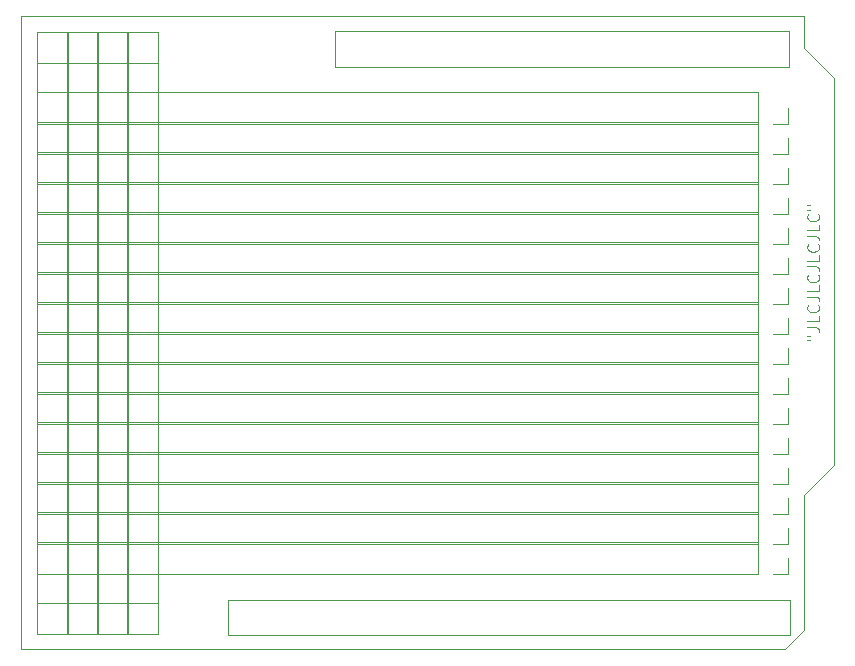
<source format=gbr>
%TF.GenerationSoftware,KiCad,Pcbnew,8.0.1*%
%TF.CreationDate,2024-04-20T17:55:11+02:00*%
%TF.ProjectId,Arduino_PCB,41726475-696e-46f5-9f50-43422e6b6963,rev?*%
%TF.SameCoordinates,Original*%
%TF.FileFunction,Legend,Top*%
%TF.FilePolarity,Positive*%
%FSLAX46Y46*%
G04 Gerber Fmt 4.6, Leading zero omitted, Abs format (unit mm)*
G04 Created by KiCad (PCBNEW 8.0.1) date 2024-04-20 17:55:11*
%MOMM*%
%LPD*%
G01*
G04 APERTURE LIST*
%ADD10C,0.100000*%
%ADD11C,0.120000*%
G04 APERTURE END LIST*
D10*
X160262419Y-66773734D02*
X160452895Y-66773734D01*
X160262419Y-66392782D02*
X160452895Y-66392782D01*
X160262419Y-65678496D02*
X160976704Y-65678496D01*
X160976704Y-65678496D02*
X161119561Y-65726115D01*
X161119561Y-65726115D02*
X161214800Y-65821353D01*
X161214800Y-65821353D02*
X161262419Y-65964210D01*
X161262419Y-65964210D02*
X161262419Y-66059448D01*
X161262419Y-64726115D02*
X161262419Y-65202305D01*
X161262419Y-65202305D02*
X160262419Y-65202305D01*
X161167180Y-63821353D02*
X161214800Y-63868972D01*
X161214800Y-63868972D02*
X161262419Y-64011829D01*
X161262419Y-64011829D02*
X161262419Y-64107067D01*
X161262419Y-64107067D02*
X161214800Y-64249924D01*
X161214800Y-64249924D02*
X161119561Y-64345162D01*
X161119561Y-64345162D02*
X161024323Y-64392781D01*
X161024323Y-64392781D02*
X160833847Y-64440400D01*
X160833847Y-64440400D02*
X160690990Y-64440400D01*
X160690990Y-64440400D02*
X160500514Y-64392781D01*
X160500514Y-64392781D02*
X160405276Y-64345162D01*
X160405276Y-64345162D02*
X160310038Y-64249924D01*
X160310038Y-64249924D02*
X160262419Y-64107067D01*
X160262419Y-64107067D02*
X160262419Y-64011829D01*
X160262419Y-64011829D02*
X160310038Y-63868972D01*
X160310038Y-63868972D02*
X160357657Y-63821353D01*
X160262419Y-63107067D02*
X160976704Y-63107067D01*
X160976704Y-63107067D02*
X161119561Y-63154686D01*
X161119561Y-63154686D02*
X161214800Y-63249924D01*
X161214800Y-63249924D02*
X161262419Y-63392781D01*
X161262419Y-63392781D02*
X161262419Y-63488019D01*
X161262419Y-62154686D02*
X161262419Y-62630876D01*
X161262419Y-62630876D02*
X160262419Y-62630876D01*
X161167180Y-61249924D02*
X161214800Y-61297543D01*
X161214800Y-61297543D02*
X161262419Y-61440400D01*
X161262419Y-61440400D02*
X161262419Y-61535638D01*
X161262419Y-61535638D02*
X161214800Y-61678495D01*
X161214800Y-61678495D02*
X161119561Y-61773733D01*
X161119561Y-61773733D02*
X161024323Y-61821352D01*
X161024323Y-61821352D02*
X160833847Y-61868971D01*
X160833847Y-61868971D02*
X160690990Y-61868971D01*
X160690990Y-61868971D02*
X160500514Y-61821352D01*
X160500514Y-61821352D02*
X160405276Y-61773733D01*
X160405276Y-61773733D02*
X160310038Y-61678495D01*
X160310038Y-61678495D02*
X160262419Y-61535638D01*
X160262419Y-61535638D02*
X160262419Y-61440400D01*
X160262419Y-61440400D02*
X160310038Y-61297543D01*
X160310038Y-61297543D02*
X160357657Y-61249924D01*
X160262419Y-60535638D02*
X160976704Y-60535638D01*
X160976704Y-60535638D02*
X161119561Y-60583257D01*
X161119561Y-60583257D02*
X161214800Y-60678495D01*
X161214800Y-60678495D02*
X161262419Y-60821352D01*
X161262419Y-60821352D02*
X161262419Y-60916590D01*
X161262419Y-59583257D02*
X161262419Y-60059447D01*
X161262419Y-60059447D02*
X160262419Y-60059447D01*
X161167180Y-58678495D02*
X161214800Y-58726114D01*
X161214800Y-58726114D02*
X161262419Y-58868971D01*
X161262419Y-58868971D02*
X161262419Y-58964209D01*
X161262419Y-58964209D02*
X161214800Y-59107066D01*
X161214800Y-59107066D02*
X161119561Y-59202304D01*
X161119561Y-59202304D02*
X161024323Y-59249923D01*
X161024323Y-59249923D02*
X160833847Y-59297542D01*
X160833847Y-59297542D02*
X160690990Y-59297542D01*
X160690990Y-59297542D02*
X160500514Y-59249923D01*
X160500514Y-59249923D02*
X160405276Y-59202304D01*
X160405276Y-59202304D02*
X160310038Y-59107066D01*
X160310038Y-59107066D02*
X160262419Y-58964209D01*
X160262419Y-58964209D02*
X160262419Y-58868971D01*
X160262419Y-58868971D02*
X160310038Y-58726114D01*
X160310038Y-58726114D02*
X160357657Y-58678495D01*
X160262419Y-57964209D02*
X160976704Y-57964209D01*
X160976704Y-57964209D02*
X161119561Y-58011828D01*
X161119561Y-58011828D02*
X161214800Y-58107066D01*
X161214800Y-58107066D02*
X161262419Y-58249923D01*
X161262419Y-58249923D02*
X161262419Y-58345161D01*
X161262419Y-57011828D02*
X161262419Y-57488018D01*
X161262419Y-57488018D02*
X160262419Y-57488018D01*
X161167180Y-56107066D02*
X161214800Y-56154685D01*
X161214800Y-56154685D02*
X161262419Y-56297542D01*
X161262419Y-56297542D02*
X161262419Y-56392780D01*
X161262419Y-56392780D02*
X161214800Y-56535637D01*
X161214800Y-56535637D02*
X161119561Y-56630875D01*
X161119561Y-56630875D02*
X161024323Y-56678494D01*
X161024323Y-56678494D02*
X160833847Y-56726113D01*
X160833847Y-56726113D02*
X160690990Y-56726113D01*
X160690990Y-56726113D02*
X160500514Y-56678494D01*
X160500514Y-56678494D02*
X160405276Y-56630875D01*
X160405276Y-56630875D02*
X160310038Y-56535637D01*
X160310038Y-56535637D02*
X160262419Y-56392780D01*
X160262419Y-56392780D02*
X160262419Y-56297542D01*
X160262419Y-56297542D02*
X160310038Y-56154685D01*
X160310038Y-56154685D02*
X160357657Y-56107066D01*
X160262419Y-55726113D02*
X160452895Y-55726113D01*
X160262419Y-55345161D02*
X160452895Y-55345161D01*
X111250000Y-88780000D02*
X158770000Y-88780000D01*
X158770000Y-91770000D01*
X111250000Y-91770000D01*
X111250000Y-88780000D01*
X120300000Y-40580000D02*
X158710000Y-40580000D01*
X158710000Y-43660000D01*
X120300000Y-43660000D01*
X120300000Y-40580000D01*
D11*
%TO.C,REF\u002A\u002A*%
X97690000Y-89030000D02*
X97690000Y-40710000D01*
X97690000Y-89030000D02*
X95030000Y-89030000D01*
X97690000Y-40710000D02*
X95030000Y-40710000D01*
X96360000Y-91630000D02*
X95030000Y-91630000D01*
X95030000Y-91630000D02*
X95030000Y-90300000D01*
X95030000Y-89030000D02*
X95030000Y-40710000D01*
X100230000Y-89030000D02*
X100230000Y-40710000D01*
X100230000Y-89030000D02*
X97570000Y-89030000D01*
X100230000Y-40710000D02*
X97570000Y-40710000D01*
X98900000Y-91630000D02*
X97570000Y-91630000D01*
X97570000Y-91630000D02*
X97570000Y-90300000D01*
X97570000Y-89030000D02*
X97570000Y-40710000D01*
X102770000Y-89030000D02*
X102770000Y-40710000D01*
X102770000Y-89030000D02*
X100110000Y-89030000D01*
X102770000Y-40710000D02*
X100110000Y-40710000D01*
X101440000Y-91630000D02*
X100110000Y-91630000D01*
X100110000Y-91630000D02*
X100110000Y-90300000D01*
X100110000Y-89030000D02*
X100110000Y-40710000D01*
X105310000Y-89030000D02*
X105310000Y-40710000D01*
X105310000Y-89030000D02*
X102650000Y-89030000D01*
X105310000Y-40710000D02*
X102650000Y-40710000D01*
X103980000Y-91630000D02*
X102650000Y-91630000D01*
X102650000Y-91630000D02*
X102650000Y-90300000D01*
X102650000Y-89030000D02*
X102650000Y-40710000D01*
X102650000Y-43310000D02*
X102650000Y-91630000D01*
X102650000Y-43310000D02*
X105310000Y-43310000D01*
X102650000Y-91630000D02*
X105310000Y-91630000D01*
X103980000Y-40710000D02*
X105310000Y-40710000D01*
X105310000Y-40710000D02*
X105310000Y-42040000D01*
X105310000Y-43310000D02*
X105310000Y-91630000D01*
X100110000Y-43310000D02*
X100110000Y-91630000D01*
X100110000Y-43310000D02*
X102770000Y-43310000D01*
X100110000Y-91630000D02*
X102770000Y-91630000D01*
X101440000Y-40710000D02*
X102770000Y-40710000D01*
X102770000Y-40710000D02*
X102770000Y-42040000D01*
X102770000Y-43310000D02*
X102770000Y-91630000D01*
X97570000Y-43310000D02*
X97570000Y-91630000D01*
X97570000Y-43310000D02*
X100230000Y-43310000D01*
X97570000Y-91630000D02*
X100230000Y-91630000D01*
X98900000Y-40710000D02*
X100230000Y-40710000D01*
X100230000Y-40710000D02*
X100230000Y-42040000D01*
X100230000Y-43310000D02*
X100230000Y-91630000D01*
X95030000Y-83890000D02*
X95030000Y-86550000D01*
X156050000Y-83890000D02*
X95030000Y-83890000D01*
X156050000Y-83890000D02*
X156050000Y-86550000D01*
X156050000Y-86550000D02*
X95030000Y-86550000D01*
X158650000Y-85220000D02*
X158650000Y-86550000D01*
X158650000Y-86550000D02*
X157320000Y-86550000D01*
X95030000Y-81355000D02*
X95030000Y-84015000D01*
X156050000Y-81355000D02*
X95030000Y-81355000D01*
X156050000Y-81355000D02*
X156050000Y-84015000D01*
X156050000Y-84015000D02*
X95030000Y-84015000D01*
X158650000Y-82685000D02*
X158650000Y-84015000D01*
X158650000Y-84015000D02*
X157320000Y-84015000D01*
X95030000Y-76270000D02*
X95030000Y-78930000D01*
X156050000Y-76270000D02*
X95030000Y-76270000D01*
X156050000Y-76270000D02*
X156050000Y-78930000D01*
X156050000Y-78930000D02*
X95030000Y-78930000D01*
X158650000Y-77600000D02*
X158650000Y-78930000D01*
X158650000Y-78930000D02*
X157320000Y-78930000D01*
X95030000Y-78810000D02*
X95030000Y-81470000D01*
X156050000Y-78810000D02*
X95030000Y-78810000D01*
X156050000Y-78810000D02*
X156050000Y-81470000D01*
X156050000Y-81470000D02*
X95030000Y-81470000D01*
X158650000Y-80140000D02*
X158650000Y-81470000D01*
X158650000Y-81470000D02*
X157320000Y-81470000D01*
X95030000Y-68650000D02*
X95030000Y-71310000D01*
X156050000Y-68650000D02*
X95030000Y-68650000D01*
X156050000Y-68650000D02*
X156050000Y-71310000D01*
X156050000Y-71310000D02*
X95030000Y-71310000D01*
X158650000Y-69980000D02*
X158650000Y-71310000D01*
X158650000Y-71310000D02*
X157320000Y-71310000D01*
X95030000Y-73735000D02*
X95030000Y-76395000D01*
X156050000Y-73735000D02*
X95030000Y-73735000D01*
X156050000Y-73735000D02*
X156050000Y-76395000D01*
X156050000Y-76395000D02*
X95030000Y-76395000D01*
X158650000Y-75065000D02*
X158650000Y-76395000D01*
X158650000Y-76395000D02*
X157320000Y-76395000D01*
X95030000Y-71190000D02*
X95030000Y-73850000D01*
X156050000Y-71190000D02*
X95030000Y-71190000D01*
X156050000Y-71190000D02*
X156050000Y-73850000D01*
X156050000Y-73850000D02*
X95030000Y-73850000D01*
X158650000Y-72520000D02*
X158650000Y-73850000D01*
X158650000Y-73850000D02*
X157320000Y-73850000D01*
X95030000Y-66115000D02*
X95030000Y-68775000D01*
X156050000Y-66115000D02*
X95030000Y-66115000D01*
X156050000Y-66115000D02*
X156050000Y-68775000D01*
X156050000Y-68775000D02*
X95030000Y-68775000D01*
X158650000Y-67445000D02*
X158650000Y-68775000D01*
X158650000Y-68775000D02*
X157320000Y-68775000D01*
X95030000Y-63570000D02*
X95030000Y-66230000D01*
X156050000Y-63570000D02*
X95030000Y-63570000D01*
X156050000Y-63570000D02*
X156050000Y-66230000D01*
X156050000Y-66230000D02*
X95030000Y-66230000D01*
X158650000Y-64900000D02*
X158650000Y-66230000D01*
X158650000Y-66230000D02*
X157320000Y-66230000D01*
X95030000Y-61030000D02*
X95030000Y-63690000D01*
X156050000Y-61030000D02*
X95030000Y-61030000D01*
X156050000Y-61030000D02*
X156050000Y-63690000D01*
X156050000Y-63690000D02*
X95030000Y-63690000D01*
X158650000Y-62360000D02*
X158650000Y-63690000D01*
X158650000Y-63690000D02*
X157320000Y-63690000D01*
X95030000Y-58495000D02*
X95030000Y-61155000D01*
X156050000Y-58495000D02*
X95030000Y-58495000D01*
X156050000Y-58495000D02*
X156050000Y-61155000D01*
X156050000Y-61155000D02*
X95030000Y-61155000D01*
X158650000Y-59825000D02*
X158650000Y-61155000D01*
X158650000Y-61155000D02*
X157320000Y-61155000D01*
X95030000Y-53410000D02*
X95030000Y-56070000D01*
X156050000Y-53410000D02*
X95030000Y-53410000D01*
X156050000Y-53410000D02*
X156050000Y-56070000D01*
X156050000Y-56070000D02*
X95030000Y-56070000D01*
X158650000Y-54740000D02*
X158650000Y-56070000D01*
X158650000Y-56070000D02*
X157320000Y-56070000D01*
X95030000Y-55950000D02*
X95030000Y-58610000D01*
X156050000Y-55950000D02*
X95030000Y-55950000D01*
X156050000Y-55950000D02*
X156050000Y-58610000D01*
X156050000Y-58610000D02*
X95030000Y-58610000D01*
X158650000Y-57280000D02*
X158650000Y-58610000D01*
X158650000Y-58610000D02*
X157320000Y-58610000D01*
X95030000Y-43310000D02*
X95030000Y-91630000D01*
X95030000Y-43310000D02*
X97690000Y-43310000D01*
X95030000Y-91630000D02*
X97690000Y-91630000D01*
X96360000Y-40710000D02*
X97690000Y-40710000D01*
X97690000Y-40710000D02*
X97690000Y-42040000D01*
X97690000Y-43310000D02*
X97690000Y-91630000D01*
X158650000Y-48450000D02*
X157320000Y-48450000D01*
X158650000Y-47120000D02*
X158650000Y-48450000D01*
X156050000Y-48450000D02*
X95030000Y-48450000D01*
X156050000Y-45790000D02*
X156050000Y-48450000D01*
X156050000Y-45790000D02*
X95030000Y-45790000D01*
X95030000Y-45790000D02*
X95030000Y-48450000D01*
X158650000Y-50990000D02*
X157320000Y-50990000D01*
X158650000Y-49660000D02*
X158650000Y-50990000D01*
X156050000Y-50990000D02*
X95030000Y-50990000D01*
X156050000Y-48330000D02*
X156050000Y-50990000D01*
X156050000Y-48330000D02*
X95030000Y-48330000D01*
X95030000Y-48330000D02*
X95030000Y-50990000D01*
X156050000Y-53535000D02*
X95030000Y-53535000D01*
X158650000Y-53535000D02*
X157320000Y-53535000D01*
X158650000Y-52205000D02*
X158650000Y-53535000D01*
X95030000Y-50875000D02*
X95030000Y-53535000D01*
X156050000Y-50875000D02*
X156050000Y-53535000D01*
X156050000Y-50875000D02*
X95030000Y-50875000D01*
X162530000Y-77350000D02*
X162530000Y-44580000D01*
X162530000Y-44580000D02*
X159990000Y-42040000D01*
X159990000Y-91320000D02*
X159990000Y-79890000D01*
X159990000Y-79890000D02*
X162530000Y-77350000D01*
X159990000Y-42040000D02*
X159990000Y-39370000D01*
X159990000Y-39370000D02*
X93690000Y-39370000D01*
X158340000Y-92970000D02*
X159990000Y-91320000D01*
X93690000Y-92970000D02*
X158340000Y-92970000D01*
X93690000Y-83440000D02*
X93690000Y-92970000D01*
X93690000Y-71760000D02*
X93690000Y-83440000D01*
X93690000Y-51690000D02*
X93690000Y-71760000D01*
X93690000Y-42550000D02*
X93690000Y-51690000D01*
X93690000Y-39370000D02*
X93690000Y-42550000D01*
%TD*%
M02*

</source>
